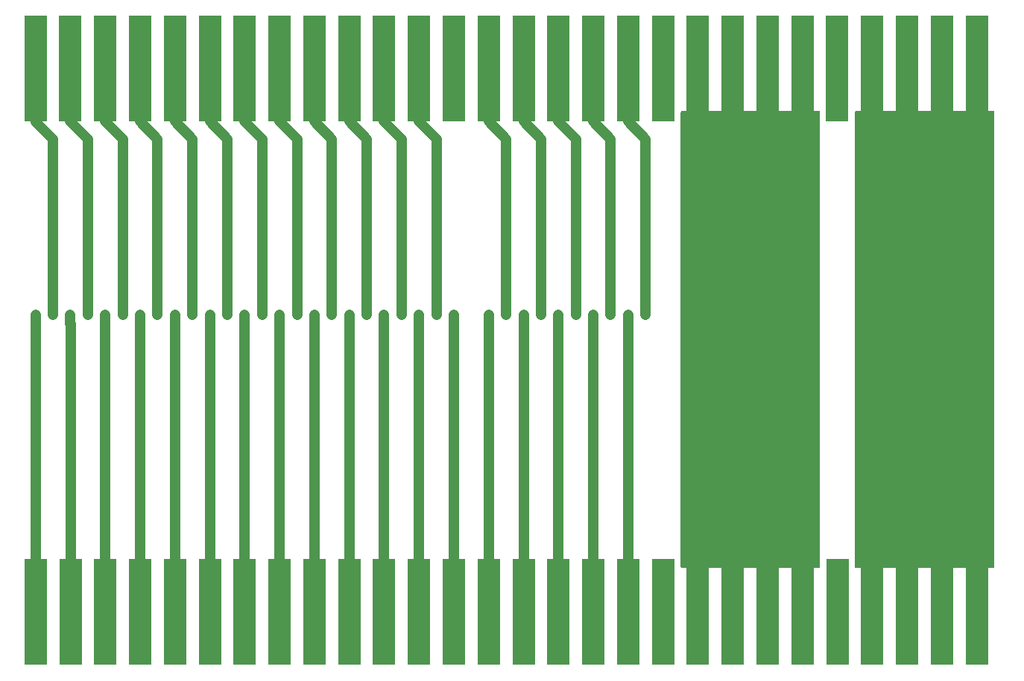
<source format=gbl>
%TF.GenerationSoftware,KiCad,Pcbnew,9.0.1*%
%TF.CreationDate,2025-07-28T23:23:31+02:00*%
%TF.ProjectId,monaco-gp-28,6d6f6e61-636f-42d6-9770-2d32382e6b69,rev?*%
%TF.SameCoordinates,Original*%
%TF.FileFunction,Copper,L2,Bot*%
%TF.FilePolarity,Positive*%
%FSLAX46Y46*%
G04 Gerber Fmt 4.6, Leading zero omitted, Abs format (unit mm)*
G04 Created by KiCad (PCBNEW 9.0.1) date 2025-07-28 23:23:31*
%MOMM*%
%LPD*%
G01*
G04 APERTURE LIST*
%TA.AperFunction,ConnectorPad*%
%ADD10R,2.540000X12.000000*%
%TD*%
%TA.AperFunction,ViaPad*%
%ADD11C,1.200000*%
%TD*%
%TA.AperFunction,Conductor*%
%ADD12C,1.200000*%
%TD*%
G04 APERTURE END LIST*
D10*
%TO.P,C1,29,Pin_29*%
%TO.N,/Y29*%
X9210000Y-6860000D03*
%TO.P,C1,30,Pin_30*%
%TO.N,/Y30*%
X13170000Y-6860000D03*
%TO.P,C1,31,Pin_31*%
%TO.N,/Y31*%
X17130000Y-6860000D03*
%TO.P,C1,32,Pin_32*%
%TO.N,/Y32*%
X21090000Y-6860000D03*
%TO.P,C1,33,Pin_33*%
%TO.N,/Y33*%
X25050000Y-6860000D03*
%TO.P,C1,34,Pin_34*%
%TO.N,/Y34*%
X29010000Y-6860000D03*
%TO.P,C1,35,Pin_35*%
%TO.N,/Y35*%
X32970000Y-6860000D03*
%TO.P,C1,36,Pin_36*%
%TO.N,/Y36*%
X36930000Y-6860000D03*
%TO.P,C1,37,Pin_37*%
%TO.N,/Y37*%
X40890000Y-6860000D03*
%TO.P,C1,38,Pin_38*%
%TO.N,/Y38*%
X44850000Y-6860000D03*
%TO.P,C1,39,Pin_39*%
%TO.N,/Y39*%
X48810000Y-6860000D03*
%TO.P,C1,40,Pin_40*%
%TO.N,/Y40*%
X52770000Y-6860000D03*
%TO.P,C1,41,Pin_41*%
%TO.N,unconnected-(C1-Pin_41-Pad41)*%
X56730000Y-6860000D03*
%TO.P,C1,42,Pin_42*%
%TO.N,/Y42*%
X60690000Y-6860000D03*
%TO.P,C1,43,Pin_43*%
%TO.N,/Y43*%
X64650000Y-6860000D03*
%TO.P,C1,44,Pin_44*%
%TO.N,/Y44*%
X68610000Y-6860000D03*
%TO.P,C1,45,Pin_45*%
%TO.N,/Y45*%
X72570000Y-6860000D03*
%TO.P,C1,46,Pin_46*%
%TO.N,/Y46*%
X76530000Y-6860000D03*
%TO.P,C1,47,Pin_47*%
%TO.N,unconnected-(C1-Pin_47-Pad47)*%
X80490000Y-6860000D03*
%TO.P,C1,48,Pin_48*%
%TO.N,/L2*%
X84450000Y-6860000D03*
%TO.P,C1,49,Pin_49*%
X88410000Y-6860000D03*
%TO.P,C1,50,Pin_50*%
X92370000Y-6860000D03*
%TO.P,C1,51,Pin_51*%
X96330000Y-6860000D03*
%TO.P,C1,52,Pin_52*%
%TO.N,unconnected-(C1-Pin_52-Pad52)*%
X100290000Y-6860000D03*
%TO.P,C1,53,Pin_53*%
%TO.N,/L1*%
X104250000Y-6860000D03*
%TO.P,C1,54,Pin_54*%
X108210000Y-6860000D03*
%TO.P,C1,55,Pin_55*%
X112170000Y-6860000D03*
%TO.P,C1,56,Pin_56*%
X116130000Y-6860000D03*
%TD*%
%TO.P,F1,1,Pin_1*%
%TO.N,/Y1*%
X9213000Y-68660000D03*
%TO.P,F1,2,Pin_2*%
%TO.N,/Y2*%
X13173000Y-68660000D03*
%TO.P,F1,3,Pin_3*%
%TO.N,/Y3*%
X17133000Y-68660000D03*
%TO.P,F1,4,Pin_4*%
%TO.N,/Y4*%
X21093000Y-68660000D03*
%TO.P,F1,5,Pin_5*%
%TO.N,/Y5*%
X25053000Y-68660000D03*
%TO.P,F1,6,Pin_6*%
%TO.N,/Y6*%
X29013000Y-68660000D03*
%TO.P,F1,7,Pin_7*%
%TO.N,/Y7*%
X32973000Y-68660000D03*
%TO.P,F1,8,Pin_8*%
%TO.N,/Y8*%
X36933000Y-68660000D03*
%TO.P,F1,9,Pin_9*%
%TO.N,/Y9*%
X40893000Y-68660000D03*
%TO.P,F1,10,Pin_10*%
%TO.N,/Y10*%
X44853000Y-68660000D03*
%TO.P,F1,11,Pin_11*%
%TO.N,/Y11*%
X48813000Y-68660000D03*
%TO.P,F1,12,Pin_12*%
%TO.N,/Y12*%
X52773000Y-68660000D03*
%TO.P,F1,13,Pin_13*%
%TO.N,/Y13*%
X56733000Y-68660000D03*
%TO.P,F1,14,Pin_14*%
%TO.N,/Y14*%
X60693000Y-68660000D03*
%TO.P,F1,15,Pin_15*%
%TO.N,/Y15*%
X64653000Y-68660000D03*
%TO.P,F1,16,Pin_16*%
%TO.N,/Y16*%
X68613000Y-68660000D03*
%TO.P,F1,17,Pin_17*%
%TO.N,/Y17*%
X72573000Y-68660000D03*
%TO.P,F1,18,Pin_18*%
%TO.N,/Y18*%
X76533000Y-68660000D03*
%TO.P,F1,19,Pin_19*%
%TO.N,unconnected-(F1-Pin_19-Pad19)*%
X80493000Y-68660000D03*
%TO.P,F1,20,Pin_20*%
%TO.N,/L2*%
X84453000Y-68660000D03*
%TO.P,F1,21,Pin_21*%
X88413000Y-68660000D03*
%TO.P,F1,22,Pin_22*%
X92373000Y-68660000D03*
%TO.P,F1,23,Pin_23*%
X96333000Y-68660000D03*
%TO.P,F1,24,Pin_24*%
%TO.N,unconnected-(F1-Pin_24-Pad24)*%
X100293000Y-68660000D03*
%TO.P,F1,25,Pin_25*%
%TO.N,/L1*%
X104253000Y-68660000D03*
%TO.P,F1,26,Pin_26*%
X108213000Y-68660000D03*
%TO.P,F1,27,Pin_27*%
X112173000Y-68660000D03*
%TO.P,F1,28,Pin_28*%
X116133000Y-68660000D03*
%TD*%
D11*
%TO.N,/Y43*%
X66630000Y-34860000D03*
%TO.N,/L2*%
X86430000Y-57860000D03*
X84450000Y-16860000D03*
X86430000Y-18860000D03*
X94350000Y-18860000D03*
X96330000Y-59860000D03*
X92370000Y-57860000D03*
X88410000Y-16860000D03*
X88410000Y-59860000D03*
X90390000Y-18860000D03*
X96330000Y-16860000D03*
X96330000Y-18860000D03*
X94350000Y-59860000D03*
X84450000Y-59860000D03*
X96330000Y-57860000D03*
X90390000Y-59860000D03*
X92370000Y-16860000D03*
X84450000Y-57860000D03*
X94350000Y-16860000D03*
X86430000Y-16860000D03*
X88410000Y-18860000D03*
X86430000Y-59860000D03*
X92370000Y-59860000D03*
X90390000Y-57860000D03*
X90390000Y-16860000D03*
X88410000Y-57860000D03*
X84450000Y-18860000D03*
X94350000Y-57860000D03*
X92370000Y-18860000D03*
%TO.N,/Y1*%
X9210000Y-34860000D03*
%TO.N,/Y17*%
X72570000Y-34860000D03*
%TO.N,/Y4*%
X21090000Y-34860000D03*
%TO.N,/Y31*%
X19110000Y-34860000D03*
%TO.N,/Y40*%
X54750000Y-34860000D03*
%TO.N,/Y34*%
X30990000Y-34860000D03*
%TO.N,/Y10*%
X44850000Y-34860000D03*
%TO.N,/L1*%
X104250000Y-18860000D03*
X104250000Y-16860000D03*
X106230000Y-16860000D03*
X104250000Y-59860000D03*
X112170000Y-59860000D03*
X110190000Y-57860000D03*
X116130000Y-18860000D03*
X116130000Y-16860000D03*
X112170000Y-57860000D03*
X112170000Y-16860000D03*
X106230000Y-59860000D03*
X114150000Y-16860000D03*
X108210000Y-57860000D03*
X112170000Y-18860000D03*
X110190000Y-59860000D03*
X110190000Y-18860000D03*
X116130000Y-57860000D03*
X116130000Y-59860000D03*
X114150000Y-18860000D03*
X104250000Y-57860000D03*
X108210000Y-59860000D03*
X106230000Y-18860000D03*
X108210000Y-18860000D03*
X110190000Y-16860000D03*
X114150000Y-59860000D03*
X114150000Y-57860000D03*
X108210000Y-16860000D03*
X106230000Y-57860000D03*
%TO.N,/Y6*%
X29010000Y-34860000D03*
%TO.N,/Y33*%
X27030000Y-34860000D03*
%TO.N,/Y30*%
X15150000Y-34860000D03*
%TO.N,/Y15*%
X64650000Y-34860000D03*
%TO.N,/Y7*%
X32970000Y-34860000D03*
%TO.N,/Y9*%
X40890000Y-34860000D03*
%TO.N,/Y38*%
X46830000Y-34860000D03*
%TO.N,/Y39*%
X50790000Y-34860000D03*
%TO.N,/Y11*%
X48810000Y-34860000D03*
%TO.N,/Y44*%
X70590000Y-34860000D03*
%TO.N,/Y42*%
X62670000Y-34860000D03*
%TO.N,/Y12*%
X52770000Y-34860000D03*
%TO.N,/Y5*%
X25050000Y-34860000D03*
%TO.N,/Y29*%
X11190000Y-34860000D03*
%TO.N,/Y3*%
X17130000Y-34860000D03*
%TO.N,/Y32*%
X23070000Y-34860000D03*
%TO.N,/Y46*%
X78510000Y-34860000D03*
%TO.N,/Y16*%
X68610000Y-34860000D03*
%TO.N,/Y35*%
X34950000Y-34860000D03*
%TO.N,/Y18*%
X76530000Y-34860000D03*
%TO.N,/Y36*%
X38910000Y-34860000D03*
%TO.N,/Y13*%
X56730000Y-34860000D03*
%TO.N,/Y8*%
X36930000Y-34860000D03*
%TO.N,/Y45*%
X74550000Y-34860000D03*
%TO.N,/Y2*%
X13170000Y-34860000D03*
%TO.N,/Y14*%
X60690000Y-34860000D03*
%TO.N,/Y37*%
X42870000Y-34860000D03*
%TD*%
D12*
%TO.N,/Y43*%
X64683000Y-6930000D02*
X64683000Y-12090000D01*
X66630000Y-14860000D02*
X66630000Y-34860000D01*
X64650000Y-12870000D02*
X66630000Y-14850000D01*
%TO.N,unconnected-(C1-Pin_41-Pad41)*%
X56763000Y-6930000D02*
X56763000Y-12090000D01*
%TO.N,/Y1*%
X9210000Y-35860000D02*
X9213000Y-35863000D01*
X9213000Y-35863000D02*
X9213000Y-68660000D01*
X9210000Y-34860000D02*
X9210000Y-35860000D01*
%TO.N,/Y17*%
X72573000Y-35863000D02*
X72573000Y-68660000D01*
X72570000Y-34860000D02*
X72570000Y-35860000D01*
X72570000Y-35860000D02*
X72573000Y-35863000D01*
X72603000Y-68630000D02*
X72573000Y-68660000D01*
%TO.N,/Y4*%
X21090000Y-34860000D02*
X21090000Y-35860000D01*
X21093000Y-35863000D02*
X21093000Y-68660000D01*
X21090000Y-35860000D02*
X21093000Y-35863000D01*
%TO.N,/Y31*%
X19110000Y-14860000D02*
X19110000Y-34860000D01*
X17163000Y-6930000D02*
X17163000Y-12090000D01*
X17130000Y-12870000D02*
X19110000Y-14850000D01*
%TO.N,/Y40*%
X54750000Y-14860000D02*
X54750000Y-34860000D01*
X52803000Y-6930000D02*
X52803000Y-12090000D01*
X52770000Y-12870000D02*
X54750000Y-14850000D01*
%TO.N,/Y34*%
X30990000Y-14860000D02*
X30990000Y-34860000D01*
X29010000Y-12870000D02*
X30990000Y-14850000D01*
X29043000Y-6930000D02*
X29043000Y-12090000D01*
%TO.N,/Y10*%
X44850000Y-34860000D02*
X44850000Y-35860000D01*
X44850000Y-35860000D02*
X44853000Y-35863000D01*
X44853000Y-35863000D02*
X44853000Y-68660000D01*
%TO.N,/Y6*%
X29010000Y-34860000D02*
X29010000Y-35860000D01*
X29013000Y-35863000D02*
X29013000Y-68660000D01*
X29010000Y-35860000D02*
X29013000Y-35863000D01*
%TO.N,/Y33*%
X25050000Y-12870000D02*
X27030000Y-14850000D01*
X25083000Y-6930000D02*
X25083000Y-12090000D01*
X27030000Y-14860000D02*
X27030000Y-34860000D01*
%TO.N,/Y30*%
X15150000Y-14860000D02*
X15150000Y-34860000D01*
X13203000Y-6930000D02*
X13203000Y-12090000D01*
X13170000Y-12870000D02*
X15150000Y-14850000D01*
%TO.N,/Y15*%
X64653000Y-35863000D02*
X64653000Y-68660000D01*
X64650000Y-35860000D02*
X64653000Y-35863000D01*
X64650000Y-34860000D02*
X64650000Y-35860000D01*
%TO.N,/Y7*%
X32970000Y-34860000D02*
X32970000Y-35860000D01*
X32970000Y-35860000D02*
X32973000Y-35863000D01*
X32973000Y-35863000D02*
X32973000Y-68660000D01*
%TO.N,/Y9*%
X40890000Y-35860000D02*
X40893000Y-35863000D01*
X40893000Y-35863000D02*
X40893000Y-68660000D01*
X40890000Y-34860000D02*
X40890000Y-35860000D01*
%TO.N,/Y38*%
X44850000Y-12870000D02*
X46830000Y-14850000D01*
X44883000Y-6930000D02*
X44883000Y-12090000D01*
X46830000Y-14860000D02*
X46830000Y-34860000D01*
%TO.N,/Y39*%
X48843000Y-6930000D02*
X48843000Y-12090000D01*
X50790000Y-14860000D02*
X50790000Y-34860000D01*
X48810000Y-12870000D02*
X50790000Y-14850000D01*
%TO.N,/Y11*%
X48813000Y-35863000D02*
X48813000Y-68660000D01*
X48810000Y-35860000D02*
X48813000Y-35863000D01*
X48810000Y-34860000D02*
X48810000Y-35860000D01*
%TO.N,/Y44*%
X70590000Y-14860000D02*
X70590000Y-34860000D01*
X68643000Y-6930000D02*
X68643000Y-12090000D01*
X68610000Y-12870000D02*
X70590000Y-14850000D01*
%TO.N,/Y42*%
X60690000Y-12870000D02*
X62670000Y-14850000D01*
X62670000Y-14860000D02*
X62670000Y-34860000D01*
X60723000Y-6930000D02*
X60723000Y-12090000D01*
%TO.N,/Y12*%
X52770000Y-35860000D02*
X52773000Y-35863000D01*
X52770000Y-34860000D02*
X52770000Y-35860000D01*
X52773000Y-35863000D02*
X52773000Y-68660000D01*
%TO.N,/Y5*%
X25050000Y-35860000D02*
X25053000Y-35863000D01*
X25050000Y-34860000D02*
X25050000Y-35860000D01*
X25053000Y-35863000D02*
X25053000Y-68660000D01*
%TO.N,/Y29*%
X11190000Y-14860000D02*
X11190000Y-34860000D01*
X9210000Y-6860000D02*
X9210000Y-12880000D01*
X9210000Y-12880000D02*
X11190000Y-14860000D01*
X9383000Y-6860000D02*
X9383000Y-12020000D01*
%TO.N,/Y3*%
X17130000Y-34860000D02*
X17130000Y-35860000D01*
X17133000Y-35863000D02*
X17133000Y-68660000D01*
X17130000Y-35860000D02*
X17133000Y-35863000D01*
%TO.N,/Y32*%
X21123000Y-6930000D02*
X21123000Y-12090000D01*
X23070000Y-14860000D02*
X23070000Y-34860000D01*
X21090000Y-12870000D02*
X23070000Y-14850000D01*
%TO.N,/Y46*%
X76563000Y-6930000D02*
X76563000Y-12090000D01*
X78510000Y-14860000D02*
X78510000Y-34860000D01*
X76530000Y-12870000D02*
X78510000Y-14850000D01*
%TO.N,/Y16*%
X68613000Y-35863000D02*
X68613000Y-68660000D01*
X68610000Y-34860000D02*
X68610000Y-35860000D01*
X68610000Y-35860000D02*
X68613000Y-35863000D01*
%TO.N,/Y35*%
X32970000Y-12870000D02*
X34950000Y-14850000D01*
X33003000Y-6930000D02*
X33003000Y-12090000D01*
X34950000Y-14860000D02*
X34950000Y-34860000D01*
%TO.N,/Y18*%
X76530000Y-34860000D02*
X76530000Y-35860000D01*
X76563000Y-68630000D02*
X76533000Y-68660000D01*
X76530000Y-35860000D02*
X76533000Y-35863000D01*
X76533000Y-35863000D02*
X76533000Y-68660000D01*
%TO.N,/Y36*%
X36930000Y-12870000D02*
X38910000Y-14850000D01*
X36963000Y-6930000D02*
X36963000Y-12090000D01*
X38910000Y-14860000D02*
X38910000Y-34860000D01*
%TO.N,/Y13*%
X56730000Y-35860000D02*
X56733000Y-35863000D01*
X56730000Y-34860000D02*
X56730000Y-35860000D01*
X56733000Y-35863000D02*
X56733000Y-68660000D01*
%TO.N,/Y8*%
X36930000Y-35860000D02*
X36933000Y-35863000D01*
X36933000Y-35863000D02*
X36933000Y-68660000D01*
X36930000Y-34860000D02*
X36930000Y-35860000D01*
%TO.N,/Y45*%
X74550000Y-14860000D02*
X74550000Y-34860000D01*
X72603000Y-6930000D02*
X72603000Y-12090000D01*
X72570000Y-12870000D02*
X74550000Y-14850000D01*
%TO.N,/Y2*%
X13170000Y-34860000D02*
X13170000Y-35860000D01*
X13173000Y-35863000D02*
X13173000Y-68660000D01*
X13170000Y-35860000D02*
X13173000Y-35863000D01*
%TO.N,/Y14*%
X60690000Y-34860000D02*
X60690000Y-35860000D01*
X60693000Y-35863000D02*
X60693000Y-68660000D01*
X60690000Y-35860000D02*
X60693000Y-35863000D01*
%TO.N,/Y37*%
X40923000Y-6930000D02*
X40923000Y-12090000D01*
X40890000Y-12870000D02*
X42870000Y-14850000D01*
X42870000Y-14860000D02*
X42870000Y-34860000D01*
%TD*%
%TA.AperFunction,Conductor*%
%TO.N,/L1*%
G36*
X118086039Y-11679685D02*
G01*
X118131794Y-11732489D01*
X118143000Y-11784000D01*
X118143000Y-63536000D01*
X118123315Y-63603039D01*
X118070511Y-63648794D01*
X118019000Y-63660000D01*
X102427000Y-63660000D01*
X102359961Y-63640315D01*
X102314206Y-63587511D01*
X102303000Y-63536000D01*
X102303000Y-11784000D01*
X102322685Y-11716961D01*
X102375489Y-11671206D01*
X102427000Y-11660000D01*
X118019000Y-11660000D01*
X118086039Y-11679685D01*
G37*
%TD.AperFunction*%
%TD*%
%TA.AperFunction,Conductor*%
%TO.N,/L2*%
G36*
X98286039Y-11679685D02*
G01*
X98331794Y-11732489D01*
X98343000Y-11784000D01*
X98343000Y-63536000D01*
X98323315Y-63603039D01*
X98270511Y-63648794D01*
X98219000Y-63660000D01*
X82627000Y-63660000D01*
X82559961Y-63640315D01*
X82514206Y-63587511D01*
X82503000Y-63536000D01*
X82503000Y-11784000D01*
X82522685Y-11716961D01*
X82575489Y-11671206D01*
X82627000Y-11660000D01*
X98219000Y-11660000D01*
X98286039Y-11679685D01*
G37*
%TD.AperFunction*%
%TD*%
M02*

</source>
